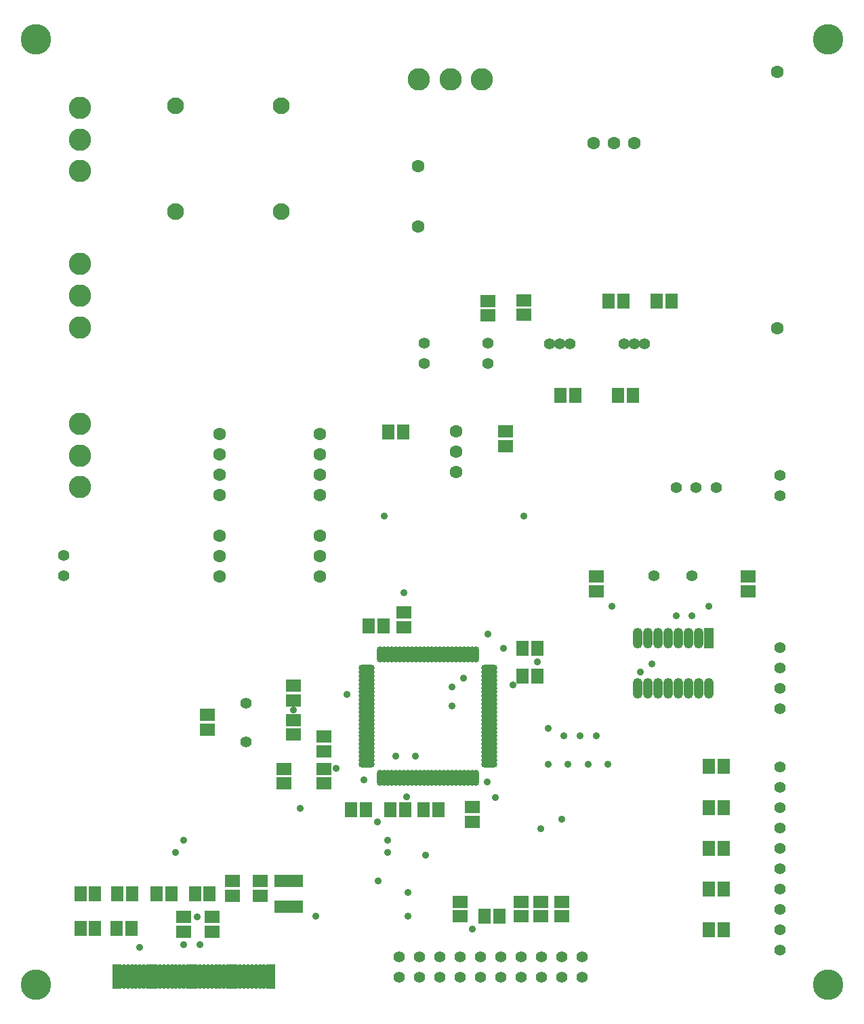
<source format=gts>
G04*
G04 #@! TF.GenerationSoftware,Altium Limited,Altium Designer,24.4.1 (13)*
G04*
G04 Layer_Color=8388736*
%FSLAX44Y44*%
%MOMM*%
G71*
G04*
G04 #@! TF.SameCoordinates,7038094A-F867-4381-9EB3-738A195B408D*
G04*
G04*
G04 #@! TF.FilePolarity,Negative*
G04*
G01*
G75*
%ADD14R,1.8500X1.5000*%
%ADD15R,1.5000X1.8500*%
%ADD16O,0.9000X2.0000*%
%ADD17O,2.0000X0.9000*%
%ADD18R,3.6000X1.5000*%
%ADD19R,0.9000X3.1000*%
%ADD20O,0.9000X3.1000*%
%ADD21O,1.2000X2.6000*%
%ADD22R,1.2000X2.6000*%
%ADD23C,1.4000*%
%ADD24C,2.8000*%
%ADD25C,1.6000*%
%ADD26C,2.1000*%
%ADD27C,0.9000*%
%ADD28C,3.8000*%
D14*
X720000Y300750D02*
D03*
Y319250D02*
D03*
X732000Y380250D02*
D03*
Y361750D02*
D03*
X770000Y359250D02*
D03*
Y340750D02*
D03*
Y300750D02*
D03*
Y319250D02*
D03*
X955000Y271750D02*
D03*
Y253250D02*
D03*
X624000Y367750D02*
D03*
Y386250D02*
D03*
X732000Y404750D02*
D03*
Y423250D02*
D03*
X690000Y179250D02*
D03*
Y160750D02*
D03*
X656000Y179250D02*
D03*
Y160750D02*
D03*
X595000Y134250D02*
D03*
Y115750D02*
D03*
X630000Y134250D02*
D03*
Y115750D02*
D03*
X940000Y153250D02*
D03*
Y134750D02*
D03*
X1067000Y153250D02*
D03*
Y134750D02*
D03*
X1041000Y153250D02*
D03*
Y134750D02*
D03*
X1016000Y153250D02*
D03*
Y134750D02*
D03*
X1300000Y540750D02*
D03*
Y559250D02*
D03*
X1110000Y540750D02*
D03*
Y559250D02*
D03*
X975000Y903500D02*
D03*
Y885000D02*
D03*
X1020000Y904250D02*
D03*
Y885750D02*
D03*
X870000Y495750D02*
D03*
Y514250D02*
D03*
X997000Y721750D02*
D03*
Y740250D02*
D03*
D15*
X852750Y268000D02*
D03*
X871250D02*
D03*
X894750D02*
D03*
X913250D02*
D03*
X822250D02*
D03*
X803750D02*
D03*
X1018250Y435000D02*
D03*
X1036750D02*
D03*
X970750Y135000D02*
D03*
X989250D02*
D03*
X560750Y163000D02*
D03*
X579250D02*
D03*
X465750Y120000D02*
D03*
X484250D02*
D03*
X510750D02*
D03*
X529250D02*
D03*
X1269250Y322000D02*
D03*
X1250750D02*
D03*
X1269250Y271000D02*
D03*
X1250750D02*
D03*
X1269250Y220000D02*
D03*
X1250750D02*
D03*
X530250Y163000D02*
D03*
X511750D02*
D03*
X465750D02*
D03*
X484250D02*
D03*
X1269250Y169000D02*
D03*
X1250750D02*
D03*
X627250Y163000D02*
D03*
X608750D02*
D03*
X1269250Y118000D02*
D03*
X1250750D02*
D03*
X844250Y497500D02*
D03*
X825750D02*
D03*
X1125750Y903000D02*
D03*
X1144250D02*
D03*
X1137750Y785000D02*
D03*
X1156250D02*
D03*
X1018250Y470000D02*
D03*
X1036750D02*
D03*
X1185750Y903000D02*
D03*
X1204250D02*
D03*
X1065750Y785000D02*
D03*
X1084250D02*
D03*
X869250Y740000D02*
D03*
X850750D02*
D03*
D16*
X840000Y462000D02*
D03*
X845000D02*
D03*
X850000D02*
D03*
X855000D02*
D03*
X860000D02*
D03*
X865000D02*
D03*
X870000D02*
D03*
X875000D02*
D03*
X880000D02*
D03*
X885000D02*
D03*
X890000D02*
D03*
X895000D02*
D03*
X900000D02*
D03*
X905000D02*
D03*
X910000D02*
D03*
X915000D02*
D03*
X920000D02*
D03*
X925000D02*
D03*
X930000D02*
D03*
X935000D02*
D03*
X940000D02*
D03*
X945000D02*
D03*
X950000D02*
D03*
X955000D02*
D03*
X960000D02*
D03*
Y308000D02*
D03*
X955000D02*
D03*
X950000D02*
D03*
X945000D02*
D03*
X940000D02*
D03*
X935000D02*
D03*
X930000D02*
D03*
X925000D02*
D03*
X920000D02*
D03*
X915000D02*
D03*
X910000D02*
D03*
X905000D02*
D03*
X900000D02*
D03*
X895000D02*
D03*
X890000D02*
D03*
X885000D02*
D03*
X880000D02*
D03*
X875000D02*
D03*
X870000D02*
D03*
X865000D02*
D03*
X860000D02*
D03*
X855000D02*
D03*
X850000D02*
D03*
X845000D02*
D03*
X840000D02*
D03*
D17*
X977000Y445000D02*
D03*
Y440000D02*
D03*
Y435000D02*
D03*
Y430000D02*
D03*
Y425000D02*
D03*
Y420000D02*
D03*
Y415000D02*
D03*
Y410000D02*
D03*
Y405000D02*
D03*
Y400000D02*
D03*
Y395000D02*
D03*
Y390000D02*
D03*
Y385000D02*
D03*
Y380000D02*
D03*
Y375000D02*
D03*
Y370000D02*
D03*
Y365000D02*
D03*
Y360000D02*
D03*
Y355000D02*
D03*
Y350000D02*
D03*
Y345000D02*
D03*
Y340000D02*
D03*
Y335000D02*
D03*
Y330000D02*
D03*
Y325000D02*
D03*
X823000D02*
D03*
Y330000D02*
D03*
Y335000D02*
D03*
Y340000D02*
D03*
Y345000D02*
D03*
Y350000D02*
D03*
Y355000D02*
D03*
Y360000D02*
D03*
Y365000D02*
D03*
Y370000D02*
D03*
Y375000D02*
D03*
Y380000D02*
D03*
Y385000D02*
D03*
Y390000D02*
D03*
Y395000D02*
D03*
Y400000D02*
D03*
Y405000D02*
D03*
Y410000D02*
D03*
Y415000D02*
D03*
Y420000D02*
D03*
Y425000D02*
D03*
Y430000D02*
D03*
Y435000D02*
D03*
Y440000D02*
D03*
Y445000D02*
D03*
D18*
X725879Y147000D02*
D03*
Y179000D02*
D03*
D19*
X705000Y60000D02*
D03*
X655000D02*
D03*
X605000D02*
D03*
X555000D02*
D03*
X510000D02*
D03*
D20*
X700000D02*
D03*
X695000D02*
D03*
X690000D02*
D03*
X685000D02*
D03*
X680000D02*
D03*
X675000D02*
D03*
X670000D02*
D03*
X665000D02*
D03*
X660000D02*
D03*
X650000D02*
D03*
X645000D02*
D03*
X640000D02*
D03*
X635000D02*
D03*
X630000D02*
D03*
X625000D02*
D03*
X620000D02*
D03*
X615000D02*
D03*
X610000D02*
D03*
X600000D02*
D03*
X595000D02*
D03*
X590000D02*
D03*
X585000D02*
D03*
X580000D02*
D03*
X570000D02*
D03*
X565000D02*
D03*
X560000D02*
D03*
X550000D02*
D03*
X545000D02*
D03*
X540000D02*
D03*
X535000D02*
D03*
X530000D02*
D03*
X525000D02*
D03*
X520000D02*
D03*
X515000D02*
D03*
X575000D02*
D03*
D21*
X1161900Y420000D02*
D03*
X1174600D02*
D03*
X1187300D02*
D03*
X1200000D02*
D03*
X1212700D02*
D03*
X1225400D02*
D03*
X1238100D02*
D03*
X1250800D02*
D03*
X1161900Y482000D02*
D03*
X1174600D02*
D03*
X1187300D02*
D03*
X1200000D02*
D03*
X1212700D02*
D03*
X1225400D02*
D03*
X1238100D02*
D03*
D22*
X1250800D02*
D03*
D23*
X1145000Y850000D02*
D03*
X1157700D02*
D03*
X1170400D02*
D03*
X1092400Y84000D02*
D03*
X1067000D02*
D03*
X1041600D02*
D03*
X1016200D02*
D03*
X990800D02*
D03*
X965400D02*
D03*
X940000D02*
D03*
X914600D02*
D03*
X889200D02*
D03*
X863800D02*
D03*
X1092400Y58600D02*
D03*
X1067000D02*
D03*
X1041600D02*
D03*
X1016200D02*
D03*
X990800D02*
D03*
X965400D02*
D03*
X940000D02*
D03*
X914600D02*
D03*
X889200D02*
D03*
X863800D02*
D03*
X1340000Y660000D02*
D03*
Y685400D02*
D03*
X1260000Y670000D02*
D03*
X1235000D02*
D03*
X1210000D02*
D03*
X1340000Y321600D02*
D03*
Y296200D02*
D03*
Y270800D02*
D03*
Y245400D02*
D03*
Y220000D02*
D03*
Y194600D02*
D03*
Y118400D02*
D03*
Y143800D02*
D03*
Y169200D02*
D03*
Y93000D02*
D03*
X673000Y353000D02*
D03*
Y401000D02*
D03*
X1182000Y560000D02*
D03*
X1230000D02*
D03*
X1340000Y394600D02*
D03*
Y420000D02*
D03*
Y470800D02*
D03*
Y445400D02*
D03*
X895000Y850400D02*
D03*
Y825000D02*
D03*
X975000Y850400D02*
D03*
Y825000D02*
D03*
X1077700Y850000D02*
D03*
X1065000D02*
D03*
X1052300D02*
D03*
X445000Y585400D02*
D03*
Y560000D02*
D03*
D24*
X967600Y1180000D02*
D03*
X928000D02*
D03*
X888400D02*
D03*
X465000Y1144600D02*
D03*
Y1105000D02*
D03*
Y1065400D02*
D03*
Y949600D02*
D03*
Y910000D02*
D03*
Y870400D02*
D03*
Y670800D02*
D03*
Y710400D02*
D03*
Y750000D02*
D03*
D25*
X1158000Y1100000D02*
D03*
X1132600D02*
D03*
X1107200D02*
D03*
X1336000Y1189000D02*
D03*
Y869000D02*
D03*
X888000Y996500D02*
D03*
Y1071500D02*
D03*
X935000Y689600D02*
D03*
Y715000D02*
D03*
Y740400D02*
D03*
X765000Y737000D02*
D03*
Y711600D02*
D03*
Y686200D02*
D03*
Y660800D02*
D03*
Y610000D02*
D03*
Y584600D02*
D03*
Y559200D02*
D03*
X640000Y737000D02*
D03*
Y711600D02*
D03*
Y686200D02*
D03*
Y660800D02*
D03*
Y610000D02*
D03*
Y584600D02*
D03*
Y559200D02*
D03*
D26*
X717000Y1015000D02*
D03*
Y1147000D02*
D03*
X585000Y1015000D02*
D03*
Y1147000D02*
D03*
D27*
Y215000D02*
D03*
X1110000Y360000D02*
D03*
X1125000Y325000D02*
D03*
X1090000Y360000D02*
D03*
X1070000D02*
D03*
X1075000Y325000D02*
D03*
X1050000Y370000D02*
D03*
X1100000Y325000D02*
D03*
X873000Y284000D02*
D03*
X884000Y335000D02*
D03*
X860000D02*
D03*
X785000Y320000D02*
D03*
X820000Y305000D02*
D03*
X845000Y635000D02*
D03*
X1020000D02*
D03*
X595000Y230000D02*
D03*
X850000D02*
D03*
X849991Y214991D02*
D03*
X837000Y253000D02*
D03*
X838000Y179000D02*
D03*
X740000Y270000D02*
D03*
X615000Y100000D02*
D03*
X595000D02*
D03*
X875000Y135000D02*
D03*
Y165000D02*
D03*
X799000Y412000D02*
D03*
X870000Y539000D02*
D03*
X975000Y487000D02*
D03*
X994000Y470000D02*
D03*
X930000Y421000D02*
D03*
Y398000D02*
D03*
X944000Y432000D02*
D03*
X955000Y119000D02*
D03*
X974000Y303000D02*
D03*
X984000Y283000D02*
D03*
X1006000Y424000D02*
D03*
X1041000Y244000D02*
D03*
X1067000Y256000D02*
D03*
X1036750Y452500D02*
D03*
X897000Y211000D02*
D03*
X540000Y96000D02*
D03*
X732000Y392375D02*
D03*
X1180000Y450000D02*
D03*
X1165000Y440000D02*
D03*
X1050000Y325000D02*
D03*
X1230000Y510000D02*
D03*
X1210000D02*
D03*
X1250800Y521800D02*
D03*
X1130000Y522000D02*
D03*
X760000Y135000D02*
D03*
X612000Y134000D02*
D03*
D28*
X410000Y1230000D02*
D03*
X1400000D02*
D03*
X410000Y50000D02*
D03*
X1400000D02*
D03*
M02*

</source>
